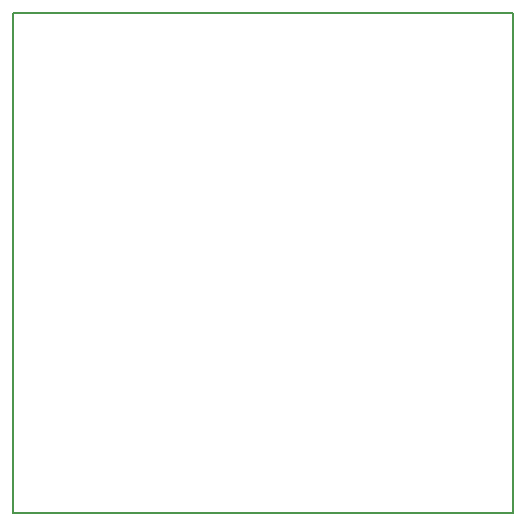
<source format=gbr>
G04 #@! TF.FileFunction,Profile,NP*
%FSLAX46Y46*%
G04 Gerber Fmt 4.6, Leading zero omitted, Abs format (unit mm)*
G04 Created by KiCad (PCBNEW 4.0.6) date Tuesday, 22. January 2019 19:52:39*
%MOMM*%
%LPD*%
G01*
G04 APERTURE LIST*
%ADD10C,0.100000*%
%ADD11C,0.150000*%
G04 APERTURE END LIST*
D10*
D11*
X218249500Y-37274500D02*
X175958500Y-37274500D01*
X218249500Y-79565500D02*
X218249500Y-37274500D01*
X175958500Y-79565500D02*
X218249500Y-79565500D01*
X175958500Y-37274500D02*
X175958500Y-79565500D01*
M02*

</source>
